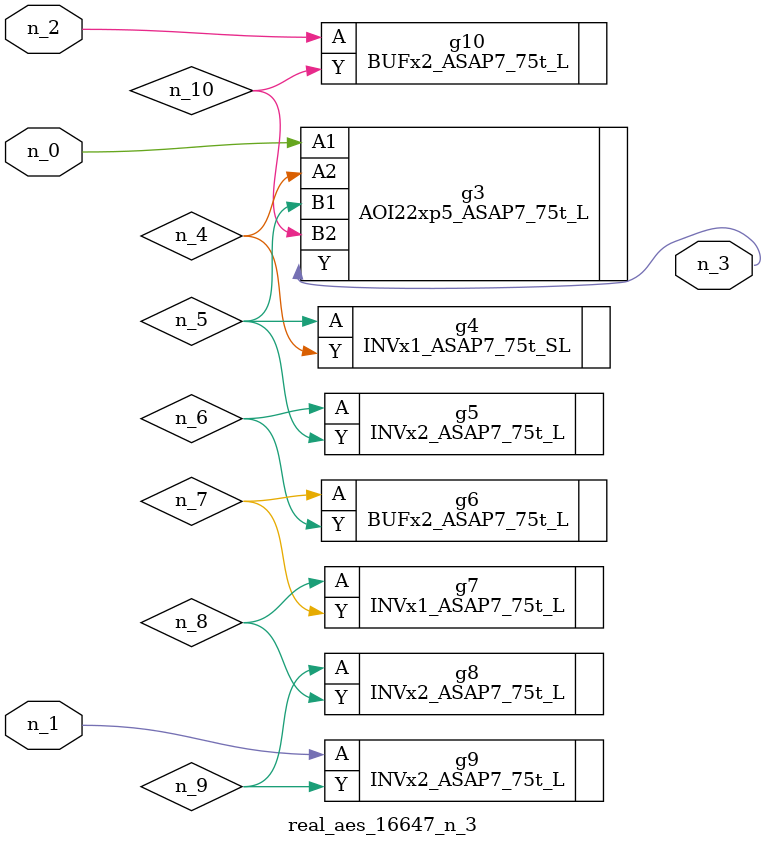
<source format=v>
module real_aes_16647_n_3 (n_0, n_2, n_1, n_3);
input n_0;
input n_2;
input n_1;
output n_3;
wire n_4;
wire n_5;
wire n_7;
wire n_8;
wire n_6;
wire n_9;
wire n_10;
AOI22xp5_ASAP7_75t_L g3 ( .A1(n_0), .A2(n_4), .B1(n_5), .B2(n_10), .Y(n_3) );
INVx2_ASAP7_75t_L g9 ( .A(n_1), .Y(n_9) );
BUFx2_ASAP7_75t_L g10 ( .A(n_2), .Y(n_10) );
INVx1_ASAP7_75t_SL g4 ( .A(n_5), .Y(n_4) );
INVx2_ASAP7_75t_L g5 ( .A(n_6), .Y(n_5) );
BUFx2_ASAP7_75t_L g6 ( .A(n_7), .Y(n_6) );
INVx1_ASAP7_75t_L g7 ( .A(n_8), .Y(n_7) );
INVx2_ASAP7_75t_L g8 ( .A(n_9), .Y(n_8) );
endmodule
</source>
